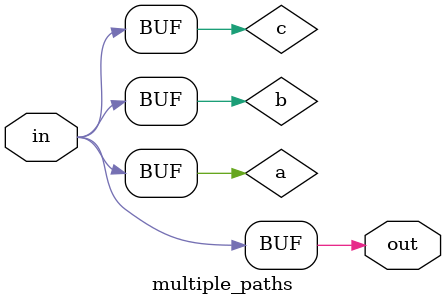
<source format=sv>
module multiple_paths
  (
    input logic in,
    output logic out
  );

  logic a;
  logic b;
  logic c;

  always_comb begin
    a = in;
    b = in;
    c = in;
  end

  assign out = a | b | c;

endmodule

</source>
